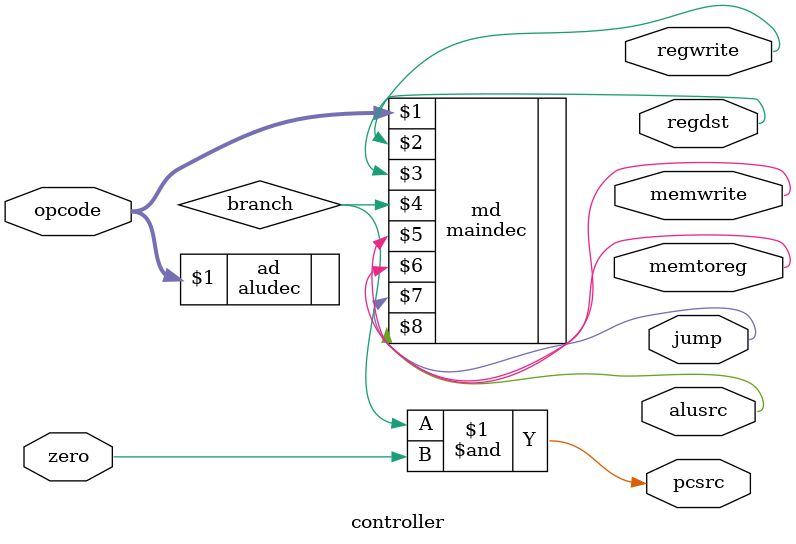
<source format=sv>
`ifndef CONTROLLER
`define CONTROLLER

`timescale 1ns/100ps

`include "../maindec/maindec.sv"
`include "../aludec/aludec.sv"

module controller(
    //
    // ---------------- PORT DEFINITIONS ----------------
    //
    input  logic [3:0] opcode,
    input  logic       zero,
    output logic       memtoreg, memwrite,
    output logic       pcsrc, alusrc,
    output logic       regdst, regwrite,
    output logic       jump
);
    //
    // ---------------- MODULE DESIGN IMPLEMENTATION ----------------
    //
    logic branch;
    
    // CPU main decoder
    maindec md(opcode, regwrite, regdst, branch, memwrite, memtoreg, jump, alusrc);
    // CPU's ALU decoder
    aludec ad(opcode);

  assign pcsrc = branch & zero;

endmodule

`endif // CONTROLLER

</source>
